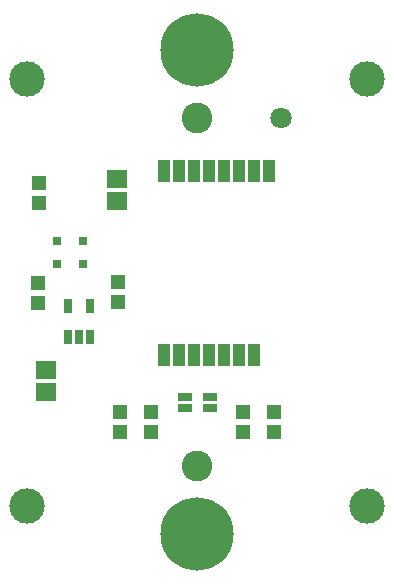
<source format=gbr>
G04 DipTrace 3.2.0.1*
G04 Íèæíÿÿìàñêà.gbr*
%MOMM*%
G04 #@! TF.FileFunction,Soldermask,Bot*
G04 #@! TF.Part,Single*
%ADD32C,1.8*%
%ADD38C,2.6*%
%ADD40R,1.0X1.9*%
%ADD42R,0.8X1.3*%
%ADD46R,1.2X0.8*%
%ADD48R,1.2X1.3*%
%ADD50C,6.2*%
%ADD52C,3.0*%
%ADD54R,0.8X0.8*%
%ADD56R,1.7X1.5*%
%FSLAX35Y35*%
G04*
G71*
G90*
G75*
G01*
G04 BotMask*
%LPD*%
D56*
X-1281083Y-845053D3*
Y-655053D3*
X-677353Y771613D3*
Y961613D3*
D54*
X-964903Y241140D3*
X-1184903D3*
X-968517Y430920D3*
X-1188517D3*
D52*
X1440000Y1810000D3*
D50*
X0Y2050000D3*
Y-2050000D3*
D52*
X1440000Y-1810000D3*
X-1440000Y1810000D3*
Y-1810000D3*
D48*
X-650000Y-1185000D3*
Y-1015000D3*
X-1343513Y925657D3*
Y755657D3*
X-390000Y-1015000D3*
Y-1185000D3*
X-673877Y-85557D3*
Y84443D3*
X390000Y-1015000D3*
Y-1185000D3*
X650000Y-1015000D3*
Y-1185000D3*
X-1344943Y79413D3*
Y-90587D3*
D46*
X-105000Y-980000D3*
X105000D3*
X-105000Y-890000D3*
X105000D3*
D42*
X-904957Y-381953D3*
X-999957D3*
X-1094957D3*
Y-111953D3*
X-904957D3*
D40*
X-278000Y1026900D3*
X-151000D3*
X-24000D3*
X103000D3*
X230000D3*
X357000D3*
X484000D3*
X611000D3*
X-278000Y-533100D3*
X-151000D3*
X-24000D3*
X103000D3*
X230000D3*
X357000D3*
X484000D3*
D38*
X0Y-1473000D3*
Y1473000D3*
D32*
X712000D3*
M02*

</source>
